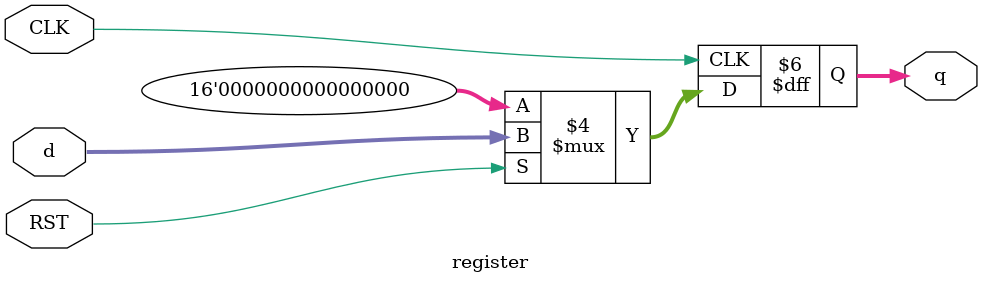
<source format=v>
`timescale 1ns / 1ps
module register #(parameter N = 16) 
       (input signed [N-1:0] d, input CLK, RST,
		  output reg signed [N-1:0] q);
	
	always @ (posedge CLK) begin 
		if(!RST)	//negative reset
			q <= 0;
		else
			q <= d;
	end
endmodule

</source>
